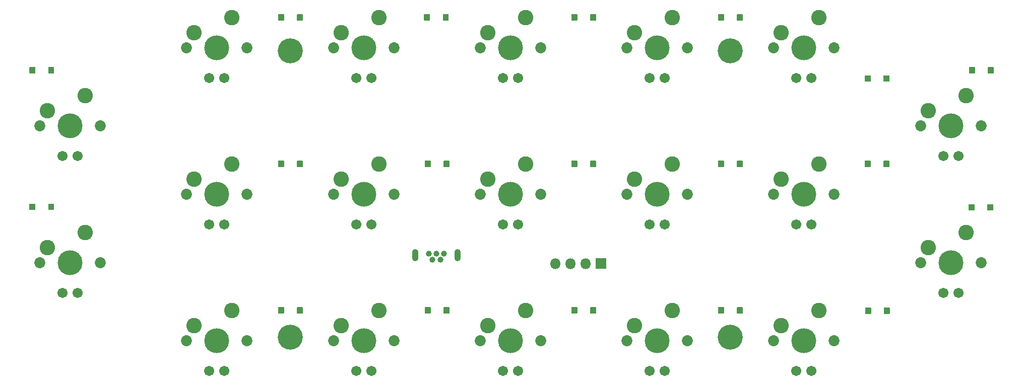
<source format=gbr>
%TF.GenerationSoftware,KiCad,Pcbnew,(5.1.9)-1*%
%TF.CreationDate,2021-03-29T17:32:38-04:00*%
%TF.ProjectId,DSKY_keyboard,44534b59-5f6b-4657-9962-6f6172642e6b,2.0*%
%TF.SameCoordinates,Original*%
%TF.FileFunction,Soldermask,Top*%
%TF.FilePolarity,Negative*%
%FSLAX46Y46*%
G04 Gerber Fmt 4.6, Leading zero omitted, Abs format (unit mm)*
G04 Created by KiCad (PCBNEW (5.1.9)-1) date 2021-03-29 17:32:38*
%MOMM*%
%LPD*%
G01*
G04 APERTURE LIST*
%ADD10C,4.200000*%
%ADD11C,1.852600*%
%ADD12C,4.189400*%
%ADD13C,2.603200*%
%ADD14C,1.711200*%
%ADD15O,1.800000X1.800000*%
%ADD16O,1.070000X2.040000*%
%ADD17C,1.008000*%
G04 APERTURE END LIST*
D10*
%TO.C,REF\u002A\u002A*%
X108141000Y-67882000D03*
%TD*%
%TO.C,REF\u002A\u002A*%
X182041000Y-67882000D03*
%TD*%
%TO.C,REF\u002A\u002A*%
X182041000Y-116034000D03*
%TD*%
%TO.C,REF\u002A\u002A*%
X108141000Y-116034000D03*
%TD*%
D11*
%TO.C,SW1*%
X66019500Y-80439000D03*
X76179500Y-80439000D03*
D12*
X71099500Y-80439000D03*
D13*
X67289500Y-77899000D03*
X73639500Y-75359000D03*
D14*
X72369500Y-85519000D03*
X69829500Y-85519000D03*
%TD*%
D11*
%TO.C,SW9*%
X90683300Y-91958000D03*
X100843300Y-91958000D03*
D12*
X95763300Y-91958000D03*
D13*
X91953300Y-89418000D03*
X98303300Y-86878000D03*
D14*
X97033300Y-97038000D03*
X94493300Y-97038000D03*
%TD*%
D11*
%TO.C,SW17*%
X140010900Y-116593000D03*
X150170900Y-116593000D03*
D12*
X145090900Y-116593000D03*
D13*
X141280900Y-114053000D03*
X147630900Y-111513000D03*
D14*
X146360900Y-121673000D03*
X143820900Y-121673000D03*
%TD*%
D11*
%TO.C,SW8*%
X66019500Y-103477000D03*
X76179500Y-103477000D03*
D12*
X71099500Y-103477000D03*
D13*
X67289500Y-100937000D03*
X73639500Y-98397000D03*
D14*
X72369500Y-108557000D03*
X69829500Y-108557000D03*
%TD*%
D11*
%TO.C,SW15*%
X90683300Y-116593000D03*
X100843300Y-116593000D03*
D12*
X95763300Y-116593000D03*
D13*
X91953300Y-114053000D03*
X98303300Y-111513000D03*
D14*
X97033300Y-121673000D03*
X94493300Y-121673000D03*
%TD*%
D11*
%TO.C,SW19*%
X189338500Y-116593000D03*
X199498500Y-116593000D03*
D12*
X194418500Y-116593000D03*
D13*
X190608500Y-114053000D03*
X196958500Y-111513000D03*
D14*
X195688500Y-121673000D03*
X193148500Y-121673000D03*
%TD*%
D11*
%TO.C,SW14*%
X214002500Y-103477000D03*
X224162500Y-103477000D03*
D12*
X219082500Y-103477000D03*
D13*
X215272500Y-100937000D03*
X221622500Y-98397000D03*
D14*
X220352500Y-108557000D03*
X217812500Y-108557000D03*
%TD*%
D11*
%TO.C,SW5*%
X164674700Y-67323000D03*
X174834700Y-67323000D03*
D12*
X169754700Y-67323000D03*
D13*
X165944700Y-64783000D03*
X172294700Y-62243000D03*
D14*
X171024700Y-72403000D03*
X168484700Y-72403000D03*
%TD*%
D11*
%TO.C,SW2*%
X90683300Y-67323000D03*
X100843300Y-67323000D03*
D12*
X95763300Y-67323000D03*
D13*
X91953300Y-64783000D03*
X98303300Y-62243000D03*
D14*
X97033300Y-72403000D03*
X94493300Y-72403000D03*
%TD*%
D11*
%TO.C,SW18*%
X164674700Y-116593000D03*
X174834700Y-116593000D03*
D12*
X169754700Y-116593000D03*
D13*
X165944700Y-114053000D03*
X172294700Y-111513000D03*
D14*
X171024700Y-121673000D03*
X168484700Y-121673000D03*
%TD*%
D11*
%TO.C,SW16*%
X115347100Y-116593000D03*
X125507100Y-116593000D03*
D12*
X120427100Y-116593000D03*
D13*
X116617100Y-114053000D03*
X122967100Y-111513000D03*
D14*
X121697100Y-121673000D03*
X119157100Y-121673000D03*
%TD*%
D11*
%TO.C,SW13*%
X189338500Y-91958000D03*
X199498500Y-91958000D03*
D12*
X194418500Y-91958000D03*
D13*
X190608500Y-89418000D03*
X196958500Y-86878000D03*
D14*
X195688500Y-97038000D03*
X193148500Y-97038000D03*
%TD*%
D11*
%TO.C,SW12*%
X164674700Y-91958000D03*
X174834700Y-91958000D03*
D12*
X169754700Y-91958000D03*
D13*
X165944700Y-89418000D03*
X172294700Y-86878000D03*
D14*
X171024700Y-97038000D03*
X168484700Y-97038000D03*
%TD*%
D11*
%TO.C,SW11*%
X140010900Y-91958000D03*
X150170900Y-91958000D03*
D12*
X145090900Y-91958000D03*
D13*
X141280900Y-89418000D03*
X147630900Y-86878000D03*
D14*
X146360900Y-97038000D03*
X143820900Y-97038000D03*
%TD*%
D11*
%TO.C,SW10*%
X115347100Y-91958000D03*
X125507100Y-91958000D03*
D12*
X120427100Y-91958000D03*
D13*
X116617100Y-89418000D03*
X122967100Y-86878000D03*
D14*
X121697100Y-97038000D03*
X119157100Y-97038000D03*
%TD*%
D11*
%TO.C,SW7*%
X214002500Y-80439000D03*
X224162500Y-80439000D03*
D12*
X219082500Y-80439000D03*
D13*
X215272500Y-77899000D03*
X221622500Y-75359000D03*
D14*
X220352500Y-85519000D03*
X217812500Y-85519000D03*
%TD*%
D11*
%TO.C,SW6*%
X189338500Y-67323000D03*
X199498500Y-67323000D03*
D12*
X194418500Y-67323000D03*
D13*
X190608500Y-64783000D03*
X196958500Y-62243000D03*
D14*
X195688500Y-72403000D03*
X193148500Y-72403000D03*
%TD*%
D11*
%TO.C,SW4*%
X140010900Y-67323000D03*
X150170900Y-67323000D03*
D12*
X145090900Y-67323000D03*
D13*
X141280900Y-64783000D03*
X147630900Y-62243000D03*
D14*
X146360900Y-72403000D03*
X143820900Y-72403000D03*
%TD*%
D11*
%TO.C,SW3*%
X115347100Y-67323000D03*
X125507100Y-67323000D03*
D12*
X120427100Y-67323000D03*
D13*
X116617100Y-64783000D03*
X122967100Y-62243000D03*
D14*
X121697100Y-72403000D03*
X119157100Y-72403000D03*
%TD*%
%TO.C,D16*%
G36*
G01*
X131703500Y-111031000D02*
X131703500Y-111981000D01*
G75*
G02*
X131653500Y-112031000I-50000J0D01*
G01*
X130753500Y-112031000D01*
G75*
G02*
X130703500Y-111981000I0J50000D01*
G01*
X130703500Y-111031000D01*
G75*
G02*
X130753500Y-110981000I50000J0D01*
G01*
X131653500Y-110981000D01*
G75*
G02*
X131703500Y-111031000I0J-50000D01*
G01*
G37*
G36*
G01*
X134853500Y-111031000D02*
X134853500Y-111981000D01*
G75*
G02*
X134803500Y-112031000I-50000J0D01*
G01*
X133903500Y-112031000D01*
G75*
G02*
X133853500Y-111981000I0J50000D01*
G01*
X133853500Y-111031000D01*
G75*
G02*
X133903500Y-110981000I50000J0D01*
G01*
X134803500Y-110981000D01*
G75*
G02*
X134853500Y-111031000I0J-50000D01*
G01*
G37*
%TD*%
%TO.C,D8*%
G36*
G01*
X65282500Y-93632000D02*
X65282500Y-94582000D01*
G75*
G02*
X65232500Y-94632000I-50000J0D01*
G01*
X64332500Y-94632000D01*
G75*
G02*
X64282500Y-94582000I0J50000D01*
G01*
X64282500Y-93632000D01*
G75*
G02*
X64332500Y-93582000I50000J0D01*
G01*
X65232500Y-93582000D01*
G75*
G02*
X65282500Y-93632000I0J-50000D01*
G01*
G37*
G36*
G01*
X68432500Y-93632000D02*
X68432500Y-94582000D01*
G75*
G02*
X68382500Y-94632000I-50000J0D01*
G01*
X67482500Y-94632000D01*
G75*
G02*
X67432500Y-94582000I0J50000D01*
G01*
X67432500Y-93632000D01*
G75*
G02*
X67482500Y-93582000I50000J0D01*
G01*
X68382500Y-93582000D01*
G75*
G02*
X68432500Y-93632000I0J-50000D01*
G01*
G37*
%TD*%
%TO.C,D1*%
G36*
G01*
X68432500Y-70645000D02*
X68432500Y-71595000D01*
G75*
G02*
X68382500Y-71645000I-50000J0D01*
G01*
X67482500Y-71645000D01*
G75*
G02*
X67432500Y-71595000I0J50000D01*
G01*
X67432500Y-70645000D01*
G75*
G02*
X67482500Y-70595000I50000J0D01*
G01*
X68382500Y-70595000D01*
G75*
G02*
X68432500Y-70645000I0J-50000D01*
G01*
G37*
G36*
G01*
X65282500Y-70645000D02*
X65282500Y-71595000D01*
G75*
G02*
X65232500Y-71645000I-50000J0D01*
G01*
X64332500Y-71645000D01*
G75*
G02*
X64282500Y-71595000I0J50000D01*
G01*
X64282500Y-70645000D01*
G75*
G02*
X64332500Y-70595000I50000J0D01*
G01*
X65232500Y-70595000D01*
G75*
G02*
X65282500Y-70645000I0J-50000D01*
G01*
G37*
%TD*%
%TO.C,D2*%
G36*
G01*
X107065500Y-61755000D02*
X107065500Y-62705000D01*
G75*
G02*
X107015500Y-62755000I-50000J0D01*
G01*
X106115500Y-62755000D01*
G75*
G02*
X106065500Y-62705000I0J50000D01*
G01*
X106065500Y-61755000D01*
G75*
G02*
X106115500Y-61705000I50000J0D01*
G01*
X107015500Y-61705000D01*
G75*
G02*
X107065500Y-61755000I0J-50000D01*
G01*
G37*
G36*
G01*
X110215500Y-61755000D02*
X110215500Y-62705000D01*
G75*
G02*
X110165500Y-62755000I-50000J0D01*
G01*
X109265500Y-62755000D01*
G75*
G02*
X109215500Y-62705000I0J50000D01*
G01*
X109215500Y-61755000D01*
G75*
G02*
X109265500Y-61705000I50000J0D01*
G01*
X110165500Y-61705000D01*
G75*
G02*
X110215500Y-61755000I0J-50000D01*
G01*
G37*
%TD*%
%TO.C,D3*%
G36*
G01*
X134726500Y-61755000D02*
X134726500Y-62705000D01*
G75*
G02*
X134676500Y-62755000I-50000J0D01*
G01*
X133776500Y-62755000D01*
G75*
G02*
X133726500Y-62705000I0J50000D01*
G01*
X133726500Y-61755000D01*
G75*
G02*
X133776500Y-61705000I50000J0D01*
G01*
X134676500Y-61705000D01*
G75*
G02*
X134726500Y-61755000I0J-50000D01*
G01*
G37*
G36*
G01*
X131576500Y-61755000D02*
X131576500Y-62705000D01*
G75*
G02*
X131526500Y-62755000I-50000J0D01*
G01*
X130626500Y-62755000D01*
G75*
G02*
X130576500Y-62705000I0J50000D01*
G01*
X130576500Y-61755000D01*
G75*
G02*
X130626500Y-61705000I50000J0D01*
G01*
X131526500Y-61705000D01*
G75*
G02*
X131576500Y-61755000I0J-50000D01*
G01*
G37*
%TD*%
%TO.C,D4*%
G36*
G01*
X156341500Y-61755000D02*
X156341500Y-62705000D01*
G75*
G02*
X156291500Y-62755000I-50000J0D01*
G01*
X155391500Y-62755000D01*
G75*
G02*
X155341500Y-62705000I0J50000D01*
G01*
X155341500Y-61755000D01*
G75*
G02*
X155391500Y-61705000I50000J0D01*
G01*
X156291500Y-61705000D01*
G75*
G02*
X156341500Y-61755000I0J-50000D01*
G01*
G37*
G36*
G01*
X159491500Y-61755000D02*
X159491500Y-62705000D01*
G75*
G02*
X159441500Y-62755000I-50000J0D01*
G01*
X158541500Y-62755000D01*
G75*
G02*
X158491500Y-62705000I0J50000D01*
G01*
X158491500Y-61755000D01*
G75*
G02*
X158541500Y-61705000I50000J0D01*
G01*
X159441500Y-61705000D01*
G75*
G02*
X159491500Y-61755000I0J-50000D01*
G01*
G37*
%TD*%
%TO.C,D5*%
G36*
G01*
X184129500Y-61755000D02*
X184129500Y-62705000D01*
G75*
G02*
X184079500Y-62755000I-50000J0D01*
G01*
X183179500Y-62755000D01*
G75*
G02*
X183129500Y-62705000I0J50000D01*
G01*
X183129500Y-61755000D01*
G75*
G02*
X183179500Y-61705000I50000J0D01*
G01*
X184079500Y-61705000D01*
G75*
G02*
X184129500Y-61755000I0J-50000D01*
G01*
G37*
G36*
G01*
X180979500Y-61755000D02*
X180979500Y-62705000D01*
G75*
G02*
X180929500Y-62755000I-50000J0D01*
G01*
X180029500Y-62755000D01*
G75*
G02*
X179979500Y-62705000I0J50000D01*
G01*
X179979500Y-61755000D01*
G75*
G02*
X180029500Y-61705000I50000J0D01*
G01*
X180929500Y-61705000D01*
G75*
G02*
X180979500Y-61755000I0J-50000D01*
G01*
G37*
%TD*%
%TO.C,D6*%
G36*
G01*
X208767500Y-72042000D02*
X208767500Y-72992000D01*
G75*
G02*
X208717500Y-73042000I-50000J0D01*
G01*
X207817500Y-73042000D01*
G75*
G02*
X207767500Y-72992000I0J50000D01*
G01*
X207767500Y-72042000D01*
G75*
G02*
X207817500Y-71992000I50000J0D01*
G01*
X208717500Y-71992000D01*
G75*
G02*
X208767500Y-72042000I0J-50000D01*
G01*
G37*
G36*
G01*
X205617500Y-72042000D02*
X205617500Y-72992000D01*
G75*
G02*
X205567500Y-73042000I-50000J0D01*
G01*
X204667500Y-73042000D01*
G75*
G02*
X204617500Y-72992000I0J50000D01*
G01*
X204617500Y-72042000D01*
G75*
G02*
X204667500Y-71992000I50000J0D01*
G01*
X205567500Y-71992000D01*
G75*
G02*
X205617500Y-72042000I0J-50000D01*
G01*
G37*
%TD*%
%TO.C,D7*%
G36*
G01*
X223143500Y-70645000D02*
X223143500Y-71595000D01*
G75*
G02*
X223093500Y-71645000I-50000J0D01*
G01*
X222193500Y-71645000D01*
G75*
G02*
X222143500Y-71595000I0J50000D01*
G01*
X222143500Y-70645000D01*
G75*
G02*
X222193500Y-70595000I50000J0D01*
G01*
X223093500Y-70595000D01*
G75*
G02*
X223143500Y-70645000I0J-50000D01*
G01*
G37*
G36*
G01*
X226293500Y-70645000D02*
X226293500Y-71595000D01*
G75*
G02*
X226243500Y-71645000I-50000J0D01*
G01*
X225343500Y-71645000D01*
G75*
G02*
X225293500Y-71595000I0J50000D01*
G01*
X225293500Y-70645000D01*
G75*
G02*
X225343500Y-70595000I50000J0D01*
G01*
X226243500Y-70595000D01*
G75*
G02*
X226293500Y-70645000I0J-50000D01*
G01*
G37*
%TD*%
%TO.C,D9*%
G36*
G01*
X110215500Y-86393000D02*
X110215500Y-87343000D01*
G75*
G02*
X110165500Y-87393000I-50000J0D01*
G01*
X109265500Y-87393000D01*
G75*
G02*
X109215500Y-87343000I0J50000D01*
G01*
X109215500Y-86393000D01*
G75*
G02*
X109265500Y-86343000I50000J0D01*
G01*
X110165500Y-86343000D01*
G75*
G02*
X110215500Y-86393000I0J-50000D01*
G01*
G37*
G36*
G01*
X107065500Y-86393000D02*
X107065500Y-87343000D01*
G75*
G02*
X107015500Y-87393000I-50000J0D01*
G01*
X106115500Y-87393000D01*
G75*
G02*
X106065500Y-87343000I0J50000D01*
G01*
X106065500Y-86393000D01*
G75*
G02*
X106115500Y-86343000I50000J0D01*
G01*
X107015500Y-86343000D01*
G75*
G02*
X107065500Y-86393000I0J-50000D01*
G01*
G37*
%TD*%
%TO.C,D10*%
G36*
G01*
X131703500Y-86393000D02*
X131703500Y-87343000D01*
G75*
G02*
X131653500Y-87393000I-50000J0D01*
G01*
X130753500Y-87393000D01*
G75*
G02*
X130703500Y-87343000I0J50000D01*
G01*
X130703500Y-86393000D01*
G75*
G02*
X130753500Y-86343000I50000J0D01*
G01*
X131653500Y-86343000D01*
G75*
G02*
X131703500Y-86393000I0J-50000D01*
G01*
G37*
G36*
G01*
X134853500Y-86393000D02*
X134853500Y-87343000D01*
G75*
G02*
X134803500Y-87393000I-50000J0D01*
G01*
X133903500Y-87393000D01*
G75*
G02*
X133853500Y-87343000I0J50000D01*
G01*
X133853500Y-86393000D01*
G75*
G02*
X133903500Y-86343000I50000J0D01*
G01*
X134803500Y-86343000D01*
G75*
G02*
X134853500Y-86393000I0J-50000D01*
G01*
G37*
%TD*%
%TO.C,D11*%
G36*
G01*
X159491500Y-86393000D02*
X159491500Y-87343000D01*
G75*
G02*
X159441500Y-87393000I-50000J0D01*
G01*
X158541500Y-87393000D01*
G75*
G02*
X158491500Y-87343000I0J50000D01*
G01*
X158491500Y-86393000D01*
G75*
G02*
X158541500Y-86343000I50000J0D01*
G01*
X159441500Y-86343000D01*
G75*
G02*
X159491500Y-86393000I0J-50000D01*
G01*
G37*
G36*
G01*
X156341500Y-86393000D02*
X156341500Y-87343000D01*
G75*
G02*
X156291500Y-87393000I-50000J0D01*
G01*
X155391500Y-87393000D01*
G75*
G02*
X155341500Y-87343000I0J50000D01*
G01*
X155341500Y-86393000D01*
G75*
G02*
X155391500Y-86343000I50000J0D01*
G01*
X156291500Y-86343000D01*
G75*
G02*
X156341500Y-86393000I0J-50000D01*
G01*
G37*
%TD*%
%TO.C,D12*%
G36*
G01*
X180979500Y-86393000D02*
X180979500Y-87343000D01*
G75*
G02*
X180929500Y-87393000I-50000J0D01*
G01*
X180029500Y-87393000D01*
G75*
G02*
X179979500Y-87343000I0J50000D01*
G01*
X179979500Y-86393000D01*
G75*
G02*
X180029500Y-86343000I50000J0D01*
G01*
X180929500Y-86343000D01*
G75*
G02*
X180979500Y-86393000I0J-50000D01*
G01*
G37*
G36*
G01*
X184129500Y-86393000D02*
X184129500Y-87343000D01*
G75*
G02*
X184079500Y-87393000I-50000J0D01*
G01*
X183179500Y-87393000D01*
G75*
G02*
X183129500Y-87343000I0J50000D01*
G01*
X183129500Y-86393000D01*
G75*
G02*
X183179500Y-86343000I50000J0D01*
G01*
X184079500Y-86343000D01*
G75*
G02*
X184129500Y-86393000I0J-50000D01*
G01*
G37*
%TD*%
%TO.C,D13*%
G36*
G01*
X208767500Y-86393000D02*
X208767500Y-87343000D01*
G75*
G02*
X208717500Y-87393000I-50000J0D01*
G01*
X207817500Y-87393000D01*
G75*
G02*
X207767500Y-87343000I0J50000D01*
G01*
X207767500Y-86393000D01*
G75*
G02*
X207817500Y-86343000I50000J0D01*
G01*
X208717500Y-86343000D01*
G75*
G02*
X208767500Y-86393000I0J-50000D01*
G01*
G37*
G36*
G01*
X205617500Y-86393000D02*
X205617500Y-87343000D01*
G75*
G02*
X205567500Y-87393000I-50000J0D01*
G01*
X204667500Y-87393000D01*
G75*
G02*
X204617500Y-87343000I0J50000D01*
G01*
X204617500Y-86393000D01*
G75*
G02*
X204667500Y-86343000I50000J0D01*
G01*
X205567500Y-86343000D01*
G75*
G02*
X205617500Y-86393000I0J-50000D01*
G01*
G37*
%TD*%
%TO.C,D14*%
G36*
G01*
X223080000Y-93695500D02*
X223080000Y-94645500D01*
G75*
G02*
X223030000Y-94695500I-50000J0D01*
G01*
X222130000Y-94695500D01*
G75*
G02*
X222080000Y-94645500I0J50000D01*
G01*
X222080000Y-93695500D01*
G75*
G02*
X222130000Y-93645500I50000J0D01*
G01*
X223030000Y-93645500D01*
G75*
G02*
X223080000Y-93695500I0J-50000D01*
G01*
G37*
G36*
G01*
X226230000Y-93695500D02*
X226230000Y-94645500D01*
G75*
G02*
X226180000Y-94695500I-50000J0D01*
G01*
X225280000Y-94695500D01*
G75*
G02*
X225230000Y-94645500I0J50000D01*
G01*
X225230000Y-93695500D01*
G75*
G02*
X225280000Y-93645500I50000J0D01*
G01*
X226180000Y-93645500D01*
G75*
G02*
X226230000Y-93695500I0J-50000D01*
G01*
G37*
%TD*%
%TO.C,D15*%
G36*
G01*
X107065500Y-111031000D02*
X107065500Y-111981000D01*
G75*
G02*
X107015500Y-112031000I-50000J0D01*
G01*
X106115500Y-112031000D01*
G75*
G02*
X106065500Y-111981000I0J50000D01*
G01*
X106065500Y-111031000D01*
G75*
G02*
X106115500Y-110981000I50000J0D01*
G01*
X107015500Y-110981000D01*
G75*
G02*
X107065500Y-111031000I0J-50000D01*
G01*
G37*
G36*
G01*
X110215500Y-111031000D02*
X110215500Y-111981000D01*
G75*
G02*
X110165500Y-112031000I-50000J0D01*
G01*
X109265500Y-112031000D01*
G75*
G02*
X109215500Y-111981000I0J50000D01*
G01*
X109215500Y-111031000D01*
G75*
G02*
X109265500Y-110981000I50000J0D01*
G01*
X110165500Y-110981000D01*
G75*
G02*
X110215500Y-111031000I0J-50000D01*
G01*
G37*
%TD*%
%TO.C,D17*%
G36*
G01*
X159491500Y-111031000D02*
X159491500Y-111981000D01*
G75*
G02*
X159441500Y-112031000I-50000J0D01*
G01*
X158541500Y-112031000D01*
G75*
G02*
X158491500Y-111981000I0J50000D01*
G01*
X158491500Y-111031000D01*
G75*
G02*
X158541500Y-110981000I50000J0D01*
G01*
X159441500Y-110981000D01*
G75*
G02*
X159491500Y-111031000I0J-50000D01*
G01*
G37*
G36*
G01*
X156341500Y-111031000D02*
X156341500Y-111981000D01*
G75*
G02*
X156291500Y-112031000I-50000J0D01*
G01*
X155391500Y-112031000D01*
G75*
G02*
X155341500Y-111981000I0J50000D01*
G01*
X155341500Y-111031000D01*
G75*
G02*
X155391500Y-110981000I50000J0D01*
G01*
X156291500Y-110981000D01*
G75*
G02*
X156341500Y-111031000I0J-50000D01*
G01*
G37*
%TD*%
%TO.C,D18*%
G36*
G01*
X184129500Y-111031000D02*
X184129500Y-111981000D01*
G75*
G02*
X184079500Y-112031000I-50000J0D01*
G01*
X183179500Y-112031000D01*
G75*
G02*
X183129500Y-111981000I0J50000D01*
G01*
X183129500Y-111031000D01*
G75*
G02*
X183179500Y-110981000I50000J0D01*
G01*
X184079500Y-110981000D01*
G75*
G02*
X184129500Y-111031000I0J-50000D01*
G01*
G37*
G36*
G01*
X180979500Y-111031000D02*
X180979500Y-111981000D01*
G75*
G02*
X180929500Y-112031000I-50000J0D01*
G01*
X180029500Y-112031000D01*
G75*
G02*
X179979500Y-111981000I0J50000D01*
G01*
X179979500Y-111031000D01*
G75*
G02*
X180029500Y-110981000I50000J0D01*
G01*
X180929500Y-110981000D01*
G75*
G02*
X180979500Y-111031000I0J-50000D01*
G01*
G37*
%TD*%
%TO.C,D19*%
G36*
G01*
X208831000Y-111094500D02*
X208831000Y-112044500D01*
G75*
G02*
X208781000Y-112094500I-50000J0D01*
G01*
X207881000Y-112094500D01*
G75*
G02*
X207831000Y-112044500I0J50000D01*
G01*
X207831000Y-111094500D01*
G75*
G02*
X207881000Y-111044500I50000J0D01*
G01*
X208781000Y-111044500D01*
G75*
G02*
X208831000Y-111094500I0J-50000D01*
G01*
G37*
G36*
G01*
X205681000Y-111094500D02*
X205681000Y-112044500D01*
G75*
G02*
X205631000Y-112094500I-50000J0D01*
G01*
X204731000Y-112094500D01*
G75*
G02*
X204681000Y-112044500I0J50000D01*
G01*
X204681000Y-111094500D01*
G75*
G02*
X204731000Y-111044500I50000J0D01*
G01*
X205631000Y-111044500D01*
G75*
G02*
X205681000Y-111094500I0J-50000D01*
G01*
G37*
%TD*%
%TO.C,J1*%
G36*
G01*
X161124000Y-104532000D02*
X159424000Y-104532000D01*
G75*
G02*
X159374000Y-104482000I0J50000D01*
G01*
X159374000Y-102782000D01*
G75*
G02*
X159424000Y-102732000I50000J0D01*
G01*
X161124000Y-102732000D01*
G75*
G02*
X161174000Y-102782000I0J-50000D01*
G01*
X161174000Y-104482000D01*
G75*
G02*
X161124000Y-104532000I-50000J0D01*
G01*
G37*
D15*
X157734000Y-103632000D03*
X155194000Y-103632000D03*
X152654000Y-103632000D03*
%TD*%
D16*
%TO.C,J2*%
X129076500Y-102203000D03*
X136226500Y-102203000D03*
D17*
X131351500Y-101983000D03*
X132001500Y-102983000D03*
X132651500Y-101983000D03*
X133301500Y-102983000D03*
X133951500Y-101983000D03*
%TD*%
M02*

</source>
